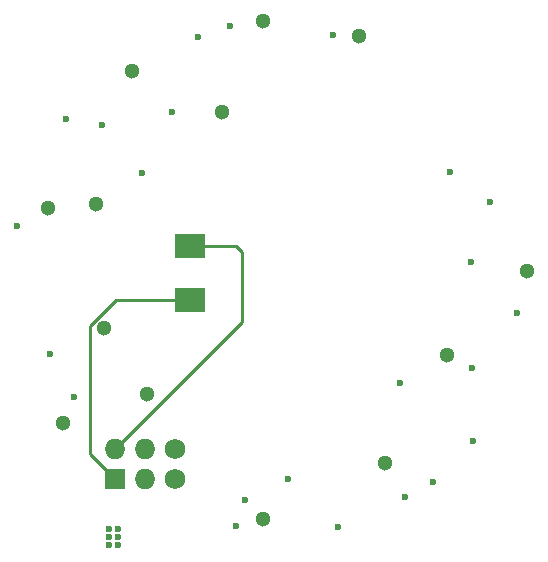
<source format=gbr>
G04 #@! TF.GenerationSoftware,KiCad,Pcbnew,(5.1.10)-1*
G04 #@! TF.CreationDate,2021-09-01T22:57:21-05:00*
G04 #@! TF.ProjectId,Bsides-KC-2021-SAO-BP,42736964-6573-42d4-9b43-2d323032312d,rev?*
G04 #@! TF.SameCoordinates,Original*
G04 #@! TF.FileFunction,Copper,L2,Bot*
G04 #@! TF.FilePolarity,Positive*
%FSLAX46Y46*%
G04 Gerber Fmt 4.6, Leading zero omitted, Abs format (unit mm)*
G04 Created by KiCad (PCBNEW (5.1.10)-1) date 2021-09-01 22:57:21*
%MOMM*%
%LPD*%
G01*
G04 APERTURE LIST*
G04 #@! TA.AperFunction,SMDPad,CuDef*
%ADD10R,2.500000X2.000000*%
G04 #@! TD*
G04 #@! TA.AperFunction,ComponentPad*
%ADD11C,1.727200*%
G04 #@! TD*
G04 #@! TA.AperFunction,ComponentPad*
%ADD12O,1.727200X1.727200*%
G04 #@! TD*
G04 #@! TA.AperFunction,ComponentPad*
%ADD13R,1.727200X1.727200*%
G04 #@! TD*
G04 #@! TA.AperFunction,ViaPad*
%ADD14C,0.600000*%
G04 #@! TD*
G04 #@! TA.AperFunction,ViaPad*
%ADD15C,1.300000*%
G04 #@! TD*
G04 #@! TA.AperFunction,Conductor*
%ADD16C,0.250000*%
G04 #@! TD*
G04 APERTURE END LIST*
D10*
G04 #@! TO.P,D1,1*
G04 #@! TO.N,GND*
X100100000Y-78300000D03*
G04 #@! TO.P,D1,2*
G04 #@! TO.N,VCC*
X100100000Y-73700000D03*
G04 #@! TD*
D11*
G04 #@! TO.P,X1,5*
G04 #@! TO.N,Net-(X1-Pad5)*
X98896480Y-90913900D03*
G04 #@! TO.P,X1,6*
G04 #@! TO.N,Net-(X1-Pad6)*
X98896480Y-93453900D03*
D12*
G04 #@! TO.P,X1,3*
G04 #@! TO.N,Net-(X1-Pad3)*
X96356480Y-90913900D03*
G04 #@! TO.P,X1,4*
G04 #@! TO.N,Net-(X1-Pad4)*
X96356480Y-93453900D03*
G04 #@! TO.P,X1,1*
G04 #@! TO.N,VCC*
X93816480Y-90913900D03*
D13*
G04 #@! TO.P,X1,2*
G04 #@! TO.N,GND*
X93816480Y-93453900D03*
G04 #@! TD*
D14*
G04 #@! TO.N,*
X92700000Y-63500000D03*
X89650000Y-63000000D03*
X98600000Y-62400000D03*
X100800000Y-56050000D03*
X103550000Y-55100000D03*
X122150000Y-67500000D03*
X112200000Y-55900000D03*
X123891040Y-75044300D03*
X125516640Y-70030340D03*
X85450000Y-72034400D03*
X96050000Y-67550000D03*
X88300000Y-82900000D03*
X124043440Y-84066380D03*
X117889820Y-85325280D03*
X124050000Y-90200000D03*
X90350000Y-86500000D03*
X104750000Y-95200000D03*
X104000000Y-97400000D03*
X112653000Y-97562200D03*
X108400000Y-93450000D03*
X120703340Y-93695520D03*
X118350000Y-95000000D03*
X127850000Y-79400000D03*
D15*
X92875100Y-80695800D03*
X116650000Y-92100000D03*
X121851420Y-82941160D03*
X88115140Y-70551040D03*
X89350000Y-88750000D03*
X102850000Y-62350000D03*
X128691640Y-75879960D03*
X95200000Y-58900000D03*
X114477800Y-55956200D03*
X106296460Y-96817180D03*
X96500000Y-86250000D03*
X92151200Y-70147180D03*
X106350000Y-54650000D03*
D14*
X93300000Y-97650000D03*
X94050000Y-97650000D03*
X93300000Y-98350000D03*
X94050000Y-98350000D03*
X93300000Y-99050000D03*
X94050000Y-99050000D03*
G04 #@! TD*
D16*
G04 #@! TO.N,GND*
X91663520Y-80464378D02*
X93827898Y-78300000D01*
X91663520Y-91300940D02*
X91663520Y-80464378D01*
X93827898Y-78300000D02*
X100100000Y-78300000D01*
X93816480Y-93453900D02*
X91663520Y-91300940D01*
G04 #@! TO.N,VCC*
X101675001Y-83055379D02*
X101694621Y-83055379D01*
X93816480Y-90913900D02*
X101675001Y-83055379D01*
X101694621Y-83055379D02*
X104550000Y-80200000D01*
X104550000Y-80200000D02*
X104550000Y-74200000D01*
X104050000Y-73700000D02*
X100100000Y-73700000D01*
X104550000Y-74200000D02*
X104050000Y-73700000D01*
G04 #@! TD*
M02*

</source>
